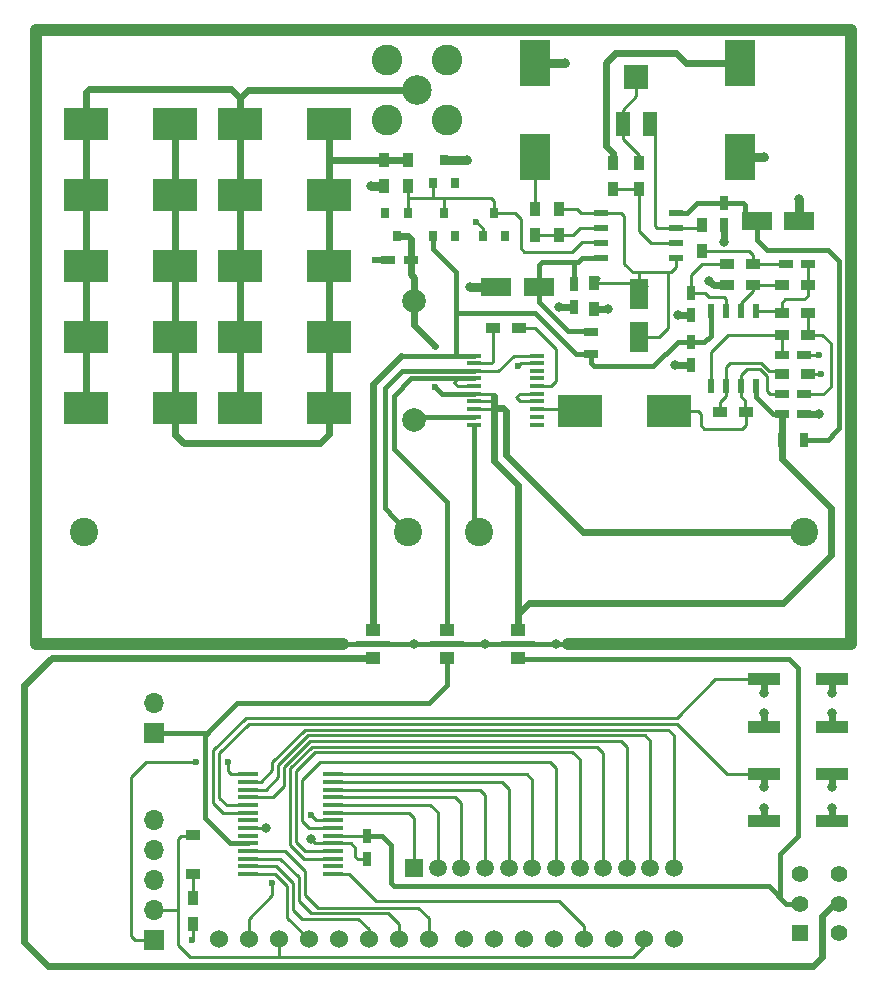
<source format=gbr>
G04 #@! TF.FileFunction,Copper,L1,Top,Signal*
%FSLAX46Y46*%
G04 Gerber Fmt 4.6, Leading zero omitted, Abs format (unit mm)*
G04 Created by KiCad (PCBNEW 4.0.7) date 01/28/18 01:48:11*
%MOMM*%
%LPD*%
G01*
G04 APERTURE LIST*
%ADD10C,0.100000*%
%ADD11C,0.800000*%
%ADD12R,1.500000X1.500000*%
%ADD13C,1.500000*%
%ADD14C,2.000000*%
%ADD15C,2.400000*%
%ADD16R,1.270000X0.406400*%
%ADD17R,3.750000X2.700000*%
%ADD18R,2.600000X1.600000*%
%ADD19R,1.200000X0.900000*%
%ADD20R,0.750000X1.200000*%
%ADD21R,1.200000X0.750000*%
%ADD22R,2.500000X4.000000*%
%ADD23R,0.800000X0.900000*%
%ADD24R,0.900000X1.200000*%
%ADD25R,1.750000X0.450000*%
%ADD26R,1.700000X1.700000*%
%ADD27O,1.700000X1.700000*%
%ADD28R,1.300000X2.000000*%
%ADD29R,2.000000X2.000000*%
%ADD30R,1.300000X1.000000*%
%ADD31R,2.900000X0.500000*%
%ADD32R,1.600000X2.600000*%
%ADD33R,0.700000X1.300000*%
%ADD34R,1.300000X0.700000*%
%ADD35R,1.143000X0.508000*%
%ADD36R,0.508000X1.143000*%
%ADD37R,1.400000X1.400000*%
%ADD38C,1.400000*%
%ADD39R,2.750000X1.000000*%
%ADD40C,1.524000*%
%ADD41C,2.500000*%
%ADD42C,2.600000*%
%ADD43C,0.600000*%
%ADD44C,0.600000*%
%ADD45C,1.000000*%
%ADD46C,0.450000*%
%ADD47C,0.800000*%
%ADD48C,0.250000*%
%ADD49C,0.500000*%
%ADD50C,0.400000*%
%ADD51C,0.390000*%
G04 APERTURE END LIST*
D10*
D11*
X206000000Y-103000000D03*
X206000000Y-100000000D03*
X206000000Y-97000000D03*
X206000000Y-94000000D03*
X206000000Y-91000000D03*
X206000000Y-88000000D03*
X206000000Y-85000000D03*
X206000000Y-82000000D03*
X206000000Y-79000000D03*
X206000000Y-76000000D03*
X206000000Y-73000000D03*
X206000000Y-70000000D03*
X206000000Y-67000000D03*
X206000000Y-64000000D03*
X206000000Y-61000000D03*
X206000000Y-58000000D03*
X137000000Y-103000000D03*
X151000000Y-53000000D03*
X166000000Y-53000000D03*
X184000000Y-53000000D03*
X205000000Y-53000000D03*
X187000000Y-105000000D03*
X137000000Y-100000000D03*
X154000000Y-53000000D03*
X169000000Y-53000000D03*
X181000000Y-53000000D03*
X202000000Y-53000000D03*
X190000000Y-105000000D03*
X137000000Y-97000000D03*
X139000000Y-53000000D03*
X163000000Y-53000000D03*
X178000000Y-53000000D03*
X199000000Y-53000000D03*
X193000000Y-105000000D03*
X137000000Y-94000000D03*
X137000000Y-61000000D03*
X157000000Y-53000000D03*
X175000000Y-53000000D03*
X196000000Y-53000000D03*
X196000000Y-105000000D03*
X137000000Y-91000000D03*
X137000000Y-70000000D03*
X142000000Y-53000000D03*
X172000000Y-53000000D03*
X193000000Y-53000000D03*
X199000000Y-105000000D03*
X181000000Y-105000000D03*
X137000000Y-88000000D03*
X137000000Y-73000000D03*
X137000000Y-55000000D03*
X160000000Y-53000000D03*
X190000000Y-53000000D03*
X202000000Y-105000000D03*
X175000000Y-105000000D03*
X137000000Y-85000000D03*
X137000000Y-76000000D03*
X137000000Y-64000000D03*
X145000000Y-53000000D03*
X187000000Y-53000000D03*
X205000000Y-105000000D03*
X169000000Y-105000000D03*
X137000000Y-82000000D03*
X137000000Y-79000000D03*
X137000000Y-67000000D03*
X137000000Y-58000000D03*
X148000000Y-53000000D03*
X206000000Y-55000000D03*
X184000000Y-105000000D03*
X138000000Y-105000000D03*
X141000000Y-105000000D03*
X144000000Y-105000000D03*
X150000000Y-105000000D03*
X162000000Y-105000000D03*
X159000000Y-105000000D03*
X156000000Y-105000000D03*
X147000000Y-105000000D03*
D12*
X169000000Y-124000000D03*
D13*
X171000000Y-124000000D03*
X173000000Y-124000000D03*
X175000000Y-124000000D03*
X177000000Y-124000000D03*
X179000000Y-124000000D03*
X181000000Y-124000000D03*
X183000000Y-124000000D03*
X185000000Y-124000000D03*
X187000000Y-124000000D03*
X189000000Y-124000000D03*
X191000000Y-124000000D03*
D14*
X169000000Y-76000000D03*
X169000000Y-86000000D03*
D15*
X202000000Y-95500000D03*
X174500000Y-95500000D03*
D16*
X179417000Y-86421000D03*
X179417000Y-85786000D03*
X179417000Y-85125600D03*
X179417000Y-84465200D03*
X179417000Y-83830200D03*
X179417000Y-83169800D03*
X179417000Y-82509400D03*
X179417000Y-81874400D03*
X179417000Y-81214000D03*
X179417000Y-80579000D03*
X174083000Y-80579000D03*
X174083000Y-81214000D03*
X174083000Y-81874400D03*
X174083000Y-82509400D03*
X174083000Y-83169800D03*
X174083000Y-83830200D03*
X174083000Y-84465200D03*
X174083000Y-85125600D03*
X174083000Y-85786000D03*
X174083000Y-86421000D03*
D17*
X154225000Y-61000000D03*
X161775000Y-61000000D03*
D18*
X198000000Y-69200000D03*
X201600000Y-69200000D03*
D19*
X200100000Y-78800000D03*
X202300000Y-78800000D03*
D20*
X195200000Y-67650000D03*
X195200000Y-69550000D03*
X182500000Y-76450000D03*
X182500000Y-74550000D03*
D21*
X200100000Y-85500000D03*
X202000000Y-85500000D03*
D20*
X192400000Y-81350000D03*
X192400000Y-79450000D03*
D22*
X179200000Y-63800000D03*
X179200000Y-55800000D03*
D20*
X192400000Y-75250000D03*
X192400000Y-77150000D03*
D21*
X202350000Y-72800000D03*
X200450000Y-72800000D03*
X200100000Y-80500000D03*
X202000000Y-80500000D03*
X200100000Y-83850000D03*
X202000000Y-83850000D03*
D20*
X165000000Y-121300000D03*
X165000000Y-123200000D03*
D23*
X168450000Y-68500000D03*
X166550000Y-68500000D03*
X167500000Y-70500000D03*
X170550000Y-70500000D03*
X172450000Y-70500000D03*
X171500000Y-68500000D03*
X170550000Y-66000000D03*
X172450000Y-66000000D03*
X171500000Y-64000000D03*
X174800000Y-70500000D03*
X176700000Y-70500000D03*
X175750000Y-68500000D03*
D24*
X166400000Y-64000000D03*
X166400000Y-66200000D03*
X179250000Y-68150000D03*
X179250000Y-70350000D03*
X181250000Y-68150000D03*
X181250000Y-70350000D03*
X185800000Y-64300000D03*
X185800000Y-66500000D03*
X188000000Y-64300000D03*
X188000000Y-66500000D03*
X193400000Y-71700000D03*
X193400000Y-69500000D03*
D19*
X195500000Y-72800000D03*
X197700000Y-72800000D03*
X197700000Y-74600000D03*
X195500000Y-74600000D03*
X202300000Y-74600000D03*
X200100000Y-74600000D03*
X202300000Y-77000000D03*
X200100000Y-77000000D03*
X200100000Y-82150000D03*
X202300000Y-82150000D03*
X197100000Y-85400000D03*
X194900000Y-85400000D03*
X177850000Y-78250000D03*
X175650000Y-78250000D03*
D25*
X154900000Y-116025000D03*
X154900000Y-116675000D03*
X154900000Y-117325000D03*
X154900000Y-117975000D03*
X154900000Y-118625000D03*
X154900000Y-119275000D03*
X154900000Y-119925000D03*
X154900000Y-120575000D03*
X154900000Y-121225000D03*
X154900000Y-121875000D03*
X154900000Y-122525000D03*
X154900000Y-123175000D03*
X154900000Y-123825000D03*
X154900000Y-124475000D03*
X162100000Y-124475000D03*
X162100000Y-123825000D03*
X162100000Y-123175000D03*
X162100000Y-122525000D03*
X162100000Y-121875000D03*
X162100000Y-121225000D03*
X162100000Y-120575000D03*
X162100000Y-119925000D03*
X162100000Y-119275000D03*
X162100000Y-118625000D03*
X162100000Y-117975000D03*
X162100000Y-117325000D03*
X162100000Y-116675000D03*
X162100000Y-116025000D03*
D19*
X150250000Y-124500000D03*
X150250000Y-121200000D03*
D26*
X147000000Y-130080000D03*
D27*
X147000000Y-127540000D03*
X147000000Y-125000000D03*
X147000000Y-122460000D03*
X147000000Y-119920000D03*
D24*
X150250000Y-126550000D03*
X150250000Y-128750000D03*
D22*
X196600000Y-55800000D03*
X196600000Y-63800000D03*
D18*
X175950000Y-74750000D03*
X179550000Y-74750000D03*
D28*
X188950000Y-61000000D03*
D29*
X187800000Y-57000000D03*
D28*
X186650000Y-61000000D03*
D30*
X177750000Y-103800000D03*
X177750000Y-106200000D03*
D31*
X177750000Y-105000000D03*
D30*
X165500000Y-103800000D03*
X165500000Y-106200000D03*
D31*
X165500000Y-105000000D03*
D30*
X171750000Y-106200000D03*
X171750000Y-103800000D03*
D31*
X171750000Y-105000000D03*
D17*
X141225000Y-61000000D03*
X148775000Y-61000000D03*
X141225000Y-67000000D03*
X148775000Y-67000000D03*
X141225000Y-73000000D03*
X148775000Y-73000000D03*
X141225000Y-79000000D03*
X148775000Y-79000000D03*
X141225000Y-85000000D03*
X148775000Y-85000000D03*
X154225000Y-67000000D03*
X161775000Y-67000000D03*
X154225000Y-73000000D03*
X161775000Y-73000000D03*
X154225000Y-79000000D03*
X161775000Y-79000000D03*
X154225000Y-85000000D03*
X161775000Y-85000000D03*
X190575000Y-85250000D03*
X183025000Y-85250000D03*
D24*
X168450000Y-66200000D03*
X168450000Y-64000000D03*
D32*
X188000000Y-79000000D03*
X188000000Y-75400000D03*
D15*
X168500000Y-95500000D03*
X141000000Y-95500000D03*
D24*
X184250000Y-76600000D03*
X184250000Y-74400000D03*
D33*
X202000000Y-87700000D03*
X200100000Y-87700000D03*
D34*
X184000000Y-78550000D03*
X184000000Y-80450000D03*
D35*
X191175000Y-68495000D03*
X191175000Y-69765000D03*
X191175000Y-71035000D03*
X191175000Y-72305000D03*
X184825000Y-72305000D03*
X184825000Y-71035000D03*
X184825000Y-69765000D03*
X184825000Y-68495000D03*
D36*
X197905000Y-83175000D03*
X196635000Y-83175000D03*
X195365000Y-83175000D03*
X194095000Y-83175000D03*
X194095000Y-76825000D03*
X195365000Y-76825000D03*
X196635000Y-76825000D03*
X197905000Y-76825000D03*
D37*
X201700000Y-129500000D03*
D38*
X201700000Y-127000000D03*
X201700000Y-124500000D03*
X205000000Y-129500000D03*
X205000000Y-127000000D03*
X205000000Y-124500000D03*
D21*
X168700000Y-72500000D03*
X166800000Y-72500000D03*
D39*
X204375000Y-112000000D03*
X198625000Y-112000000D03*
X198625000Y-108000000D03*
X204375000Y-108000000D03*
X204375000Y-120000000D03*
X198625000Y-120000000D03*
X198625000Y-116000000D03*
X204375000Y-116000000D03*
D11*
X153000000Y-105000000D03*
D40*
X190990000Y-130000000D03*
X188450000Y-130000000D03*
X185910000Y-130000000D03*
X183370000Y-130000000D03*
X180830000Y-130000000D03*
X178290000Y-130000000D03*
X175750000Y-130000000D03*
X173210000Y-130000000D03*
X170240000Y-130000000D03*
X167700000Y-130000000D03*
X165160000Y-130000000D03*
X162620000Y-130000000D03*
X160080000Y-130000000D03*
X157540000Y-130000000D03*
X155000000Y-130000000D03*
X152460000Y-130000000D03*
D26*
X147000000Y-112540000D03*
D27*
X147000000Y-110000000D03*
D41*
X169250000Y-58110000D03*
D42*
X171790000Y-55570000D03*
X166710000Y-55570000D03*
X166710000Y-60650000D03*
X171790000Y-60650000D03*
D11*
X204375000Y-118875000D03*
X198625000Y-118875000D03*
X204375000Y-110875000D03*
X173750000Y-74750000D03*
D43*
X174250000Y-69250000D03*
D11*
X198625000Y-110875000D03*
X156425000Y-120575000D03*
X160250000Y-121500000D03*
X198650000Y-63800000D03*
D43*
X165651699Y-72500982D03*
X203400000Y-82150000D03*
X203250000Y-80500000D03*
X177750000Y-81500000D03*
D11*
X181300000Y-76450000D03*
X185400000Y-76600000D03*
X191100000Y-81350000D03*
X191350000Y-77150000D03*
X203250000Y-85500000D03*
X194000000Y-74250000D03*
X195200000Y-70950000D03*
X201600000Y-67350000D03*
X165300000Y-66200000D03*
X173500000Y-64000000D03*
X181800000Y-55800000D03*
D43*
X170750000Y-79750000D03*
X170750000Y-83250000D03*
X150500000Y-115000000D03*
X153250000Y-115000000D03*
X150170000Y-130080000D03*
X157000000Y-125250000D03*
X160250000Y-119500000D03*
D11*
X204375000Y-109125000D03*
X198625000Y-109125000D03*
X204375000Y-117125000D03*
X198625000Y-117125000D03*
D44*
X204375000Y-120000000D02*
X204375000Y-118875000D01*
X198625000Y-120000000D02*
X198625000Y-118875000D01*
X204375000Y-110875000D02*
X204375000Y-112000000D01*
D45*
X162000000Y-105000000D02*
X137000000Y-105000000D01*
D46*
X165500000Y-105000000D02*
X163000000Y-105000000D01*
D45*
X163000000Y-105000000D02*
X162000000Y-105000000D01*
X137000000Y-105000000D02*
X137000000Y-53000000D01*
X137000000Y-53000000D02*
X206000000Y-53000000D01*
X206000000Y-53000000D02*
X206000000Y-105000000D01*
X206000000Y-105000000D02*
X182000000Y-105000000D01*
D46*
X182000000Y-105000000D02*
X177750000Y-105000000D01*
X171750000Y-105000000D02*
X165500000Y-105000000D01*
X177750000Y-105000000D02*
X171750000Y-105000000D01*
D47*
X175950000Y-74750000D02*
X173750000Y-74750000D01*
D48*
X174800000Y-70500000D02*
X174800000Y-69800000D01*
X174800000Y-69800000D02*
X174250000Y-69250000D01*
D44*
X198625000Y-112000000D02*
X198625000Y-110875000D01*
D48*
X154900000Y-120575000D02*
X156425000Y-120575000D01*
X160625000Y-121875000D02*
X160250000Y-121500000D01*
X162100000Y-121875000D02*
X160625000Y-121875000D01*
X164000000Y-123000000D02*
X164200000Y-123200000D01*
X164200000Y-123200000D02*
X165000000Y-123200000D01*
X164000000Y-122250000D02*
X164000000Y-123000000D01*
X163625000Y-121875000D02*
X164000000Y-122250000D01*
X162100000Y-121875000D02*
X163625000Y-121875000D01*
D47*
X196600000Y-63800000D02*
X198650000Y-63800000D01*
D49*
X166500000Y-72500000D02*
X165652681Y-72500000D01*
X165652681Y-72500000D02*
X165651699Y-72500982D01*
D48*
X202300000Y-82150000D02*
X203400000Y-82150000D01*
X202000000Y-80500000D02*
X203250000Y-80500000D01*
X178036000Y-81214000D02*
X177750000Y-81500000D01*
X179417000Y-81214000D02*
X178036000Y-81214000D01*
D44*
X182500000Y-76450000D02*
X181300000Y-76450000D01*
X184250000Y-76600000D02*
X185400000Y-76600000D01*
X192400000Y-81350000D02*
X191100000Y-81350000D01*
X192400000Y-77150000D02*
X191350000Y-77150000D01*
X202000000Y-85500000D02*
X203250000Y-85500000D01*
X194350000Y-74600000D02*
X194000000Y-74250000D01*
X195500000Y-74600000D02*
X194350000Y-74600000D01*
X195200000Y-69550000D02*
X195200000Y-70950000D01*
D47*
X201600000Y-69200000D02*
X201600000Y-67350000D01*
X166400000Y-66200000D02*
X165300000Y-66200000D01*
X171500000Y-64000000D02*
X173500000Y-64000000D01*
X179200000Y-55800000D02*
X181800000Y-55800000D01*
D44*
X169000000Y-75500000D02*
X169000000Y-74000000D01*
X169000000Y-74000000D02*
X168700000Y-73700000D01*
X168700000Y-73700000D02*
X168700000Y-72500000D01*
X176750000Y-85250000D02*
X176500000Y-85000000D01*
X176500000Y-85000000D02*
X175750000Y-85000000D01*
X176750000Y-89000000D02*
X176750000Y-85250000D01*
X183250000Y-95500000D02*
X176750000Y-89000000D01*
X202000000Y-95500000D02*
X183250000Y-95500000D01*
X200100000Y-87700000D02*
X200100000Y-89350000D01*
X177750000Y-102500000D02*
X177750000Y-103800000D01*
X178750000Y-101500000D02*
X177750000Y-102500000D01*
X200250000Y-101500000D02*
X178750000Y-101500000D01*
X204250000Y-93500000D02*
X204250000Y-97500000D01*
X204250000Y-97500000D02*
X200250000Y-101500000D01*
X200100000Y-89350000D02*
X204250000Y-93500000D01*
X168500000Y-70500000D02*
X168700000Y-70700000D01*
X168700000Y-70700000D02*
X168700000Y-72500000D01*
X167500000Y-70500000D02*
X168500000Y-70500000D01*
D48*
X169000000Y-74750000D02*
X169000000Y-75500000D01*
D44*
X177750000Y-91500000D02*
X177750000Y-93500000D01*
X177750000Y-103800000D02*
X177750000Y-93500000D01*
X177750000Y-91500000D02*
X175750000Y-89500000D01*
X175750000Y-89500000D02*
X175750000Y-85000000D01*
X169000000Y-75500000D02*
X169000000Y-78000000D01*
X169000000Y-78000000D02*
X170750000Y-79750000D01*
D50*
X171330200Y-83830200D02*
X170750000Y-83250000D01*
X174083000Y-83830200D02*
X171330200Y-83830200D01*
D48*
X167500000Y-70500000D02*
X167500000Y-70550000D01*
D44*
X175750000Y-84000000D02*
X175750000Y-84500000D01*
X175750000Y-84500000D02*
X175750000Y-85000000D01*
D48*
X175715200Y-84465200D02*
X175750000Y-84500000D01*
X174083000Y-84465200D02*
X175715200Y-84465200D01*
X174083000Y-83830200D02*
X175580200Y-83830200D01*
X175580200Y-83830200D02*
X175750000Y-84000000D01*
X175750000Y-85000000D02*
X175624400Y-85125600D01*
X175624400Y-85125600D02*
X174083000Y-85125600D01*
D44*
X200100000Y-85500000D02*
X200100000Y-87700000D01*
D46*
X197905000Y-84055000D02*
X199350000Y-85500000D01*
X199350000Y-85500000D02*
X200100000Y-85500000D01*
X197905000Y-83175000D02*
X197905000Y-84055000D01*
X170550000Y-70500000D02*
X170550000Y-71550000D01*
X170550000Y-71550000D02*
X172500000Y-73500000D01*
X172500000Y-73500000D02*
X172500000Y-80500000D01*
D48*
X173000000Y-77000000D02*
X172500000Y-77000000D01*
X172500000Y-77000000D02*
X172500000Y-80500000D01*
D46*
X184000000Y-80450000D02*
X182700000Y-80450000D01*
X182700000Y-80450000D02*
X179250000Y-77000000D01*
X179250000Y-77000000D02*
X172500000Y-77000000D01*
D51*
X172500000Y-80500000D02*
X172579000Y-80579000D01*
X172579000Y-80579000D02*
X174083000Y-80579000D01*
D48*
X172500000Y-80500000D02*
X173000000Y-80500000D01*
D44*
X165500000Y-83000000D02*
X167921000Y-80579000D01*
X165500000Y-103800000D02*
X165500000Y-83000000D01*
D50*
X167921000Y-80579000D02*
X174083000Y-80579000D01*
D46*
X184000000Y-80500000D02*
X184000000Y-81250000D01*
X184000000Y-81250000D02*
X184250000Y-81500000D01*
X184250000Y-81500000D02*
X189250000Y-81500000D01*
X189250000Y-81500000D02*
X191300000Y-79450000D01*
X191300000Y-79450000D02*
X192400000Y-79450000D01*
X194095000Y-78905000D02*
X193550000Y-79450000D01*
X193550000Y-79450000D02*
X192400000Y-79450000D01*
X194095000Y-76825000D02*
X194095000Y-78905000D01*
D48*
X202000000Y-75800000D02*
X202300000Y-75500000D01*
X202300000Y-75500000D02*
X202300000Y-74600000D01*
X200400000Y-75800000D02*
X202000000Y-75800000D01*
X200100000Y-76100000D02*
X200400000Y-75800000D01*
X200100000Y-77000000D02*
X200100000Y-76100000D01*
X202350000Y-72800000D02*
X202350000Y-74550000D01*
X202350000Y-74550000D02*
X202300000Y-74600000D01*
X197905000Y-76825000D02*
X197930000Y-76800000D01*
X197930000Y-76800000D02*
X199700000Y-76800000D01*
X199700000Y-76800000D02*
X200100000Y-77200000D01*
X193400000Y-71700000D02*
X193400000Y-71750000D01*
X193400000Y-71750000D02*
X197350000Y-71750000D01*
X197350000Y-71750000D02*
X197700000Y-72100000D01*
X197700000Y-72100000D02*
X197700000Y-72800000D01*
X197700000Y-72800000D02*
X200450000Y-72800000D01*
X200100000Y-83850000D02*
X199150000Y-83850000D01*
X199150000Y-83850000D02*
X198850000Y-83550000D01*
X198850000Y-83550000D02*
X198850000Y-82350000D01*
X196635000Y-82265000D02*
X196635000Y-83175000D01*
X198850000Y-82350000D02*
X198250000Y-81750000D01*
X198250000Y-81750000D02*
X197150000Y-81750000D01*
X197150000Y-81750000D02*
X196635000Y-82265000D01*
X197100000Y-85400000D02*
X197100000Y-86450000D01*
X193250000Y-85500000D02*
X193000000Y-85250000D01*
X197100000Y-86450000D02*
X196750000Y-86800000D01*
X196750000Y-86800000D02*
X193550000Y-86800000D01*
X193550000Y-86800000D02*
X193250000Y-86500000D01*
X193250000Y-86500000D02*
X193250000Y-85500000D01*
X193000000Y-85250000D02*
X190575000Y-85250000D01*
X196635000Y-83175000D02*
X196635000Y-84035000D01*
X196635000Y-84035000D02*
X197000000Y-84400000D01*
X197000000Y-84400000D02*
X197000000Y-85300000D01*
X197000000Y-85300000D02*
X197100000Y-85400000D01*
X196635000Y-83175000D02*
X196750000Y-83290000D01*
X191175000Y-71035000D02*
X189035000Y-71035000D01*
X189035000Y-71035000D02*
X188000000Y-70000000D01*
X188000000Y-70000000D02*
X188000000Y-66500000D01*
X185800000Y-66500000D02*
X188000000Y-66500000D01*
X150250000Y-126500000D02*
X150250000Y-124500000D01*
X150500000Y-115000000D02*
X146250000Y-115000000D01*
X146250000Y-115000000D02*
X145000000Y-116250000D01*
X145000000Y-116250000D02*
X145000000Y-129750000D01*
X145000000Y-129750000D02*
X145330000Y-130080000D01*
X145330000Y-130080000D02*
X147000000Y-130080000D01*
X150250000Y-128750000D02*
X150250000Y-130000000D01*
X150250000Y-130000000D02*
X150170000Y-130080000D01*
X153250000Y-115750000D02*
X153525000Y-116025000D01*
X153525000Y-116025000D02*
X154900000Y-116025000D01*
X153250000Y-115000000D02*
X153250000Y-115750000D01*
X150250000Y-121250000D02*
X149250000Y-121250000D01*
X149250000Y-121250000D02*
X149000000Y-121500000D01*
X149000000Y-121500000D02*
X149000000Y-127500000D01*
X156750000Y-131500000D02*
X150000000Y-131500000D01*
X150000000Y-131500000D02*
X149000000Y-130500000D01*
X149000000Y-130500000D02*
X149000000Y-127500000D01*
X149000000Y-127500000D02*
X148960000Y-127540000D01*
X148960000Y-127540000D02*
X147000000Y-127540000D01*
X157540000Y-130000000D02*
X157540000Y-131460000D01*
X157540000Y-131460000D02*
X157500000Y-131500000D01*
X157500000Y-131500000D02*
X156750000Y-131500000D01*
X188450000Y-130550000D02*
X187500000Y-131500000D01*
X187500000Y-131500000D02*
X156750000Y-131500000D01*
X188450000Y-130000000D02*
X188450000Y-130550000D01*
D46*
X165000000Y-121300000D02*
X166300000Y-121300000D01*
X166300000Y-121300000D02*
X167000000Y-122000000D01*
X167000000Y-122000000D02*
X167000000Y-125250000D01*
X167000000Y-125250000D02*
X167250000Y-125500000D01*
X167250000Y-125500000D02*
X199000000Y-125500000D01*
X199000000Y-125500000D02*
X200500000Y-127000000D01*
X177750000Y-106200000D02*
X177800000Y-106250000D01*
X177800000Y-106250000D02*
X200750000Y-106250000D01*
X200750000Y-106250000D02*
X201500000Y-107000000D01*
X200500000Y-127000000D02*
X201700000Y-127000000D01*
X201500000Y-107000000D02*
X201500000Y-121250000D01*
X201500000Y-121250000D02*
X200000000Y-122750000D01*
X200000000Y-122750000D02*
X200000000Y-126500000D01*
X200000000Y-126500000D02*
X200500000Y-127000000D01*
D48*
X162100000Y-121225000D02*
X164925000Y-121225000D01*
X164925000Y-121225000D02*
X165000000Y-121300000D01*
D44*
X136000000Y-108500000D02*
X138300000Y-106200000D01*
X138300000Y-106200000D02*
X165500000Y-106200000D01*
X136000000Y-130250000D02*
X136000000Y-108500000D01*
X138000000Y-132250000D02*
X136000000Y-130250000D01*
X202750000Y-132250000D02*
X138000000Y-132250000D01*
X203500000Y-131500000D02*
X202750000Y-132250000D01*
X203500000Y-128000000D02*
X203500000Y-131500000D01*
X204500000Y-127000000D02*
X203500000Y-128000000D01*
X205000000Y-127000000D02*
X204500000Y-127000000D01*
D47*
X205000000Y-127000000D02*
X204750000Y-127000000D01*
D44*
X154890000Y-58110000D02*
X154225000Y-58775000D01*
X169260000Y-58110000D02*
X154890000Y-58110000D01*
X154225000Y-79000000D02*
X154225000Y-85000000D01*
X154225000Y-73000000D02*
X154225000Y-79000000D01*
X154225000Y-67000000D02*
X154225000Y-73000000D01*
X154225000Y-61000000D02*
X154225000Y-67000000D01*
X141225000Y-79000000D02*
X141225000Y-85000000D01*
X141225000Y-73000000D02*
X141225000Y-79000000D01*
X141225000Y-67000000D02*
X141225000Y-73000000D01*
X141225000Y-61000000D02*
X141225000Y-67000000D01*
X141500000Y-58000000D02*
X153450000Y-58000000D01*
X141225000Y-61000000D02*
X141225000Y-58275000D01*
X141225000Y-58275000D02*
X141500000Y-58000000D01*
X153450000Y-58000000D02*
X154225000Y-58775000D01*
X154225000Y-58775000D02*
X154225000Y-61000000D01*
X161000000Y-88000000D02*
X161775000Y-87225000D01*
X161775000Y-87225000D02*
X161775000Y-85000000D01*
X149500000Y-88000000D02*
X161000000Y-88000000D01*
X148775000Y-87275000D02*
X149500000Y-88000000D01*
X148775000Y-85000000D02*
X148775000Y-87275000D01*
X161775000Y-79000000D02*
X161775000Y-85000000D01*
X161775000Y-73000000D02*
X161775000Y-79000000D01*
X161775000Y-67000000D02*
X161775000Y-73000000D01*
X148775000Y-79000000D02*
X148775000Y-85000000D01*
X148775000Y-73000000D02*
X148775000Y-79000000D01*
X148775000Y-67000000D02*
X148775000Y-73000000D01*
X148775000Y-61000000D02*
X148775000Y-67000000D01*
X161775000Y-61000000D02*
X161775000Y-64000000D01*
X161775000Y-64000000D02*
X161775000Y-67000000D01*
X166400000Y-64000000D02*
X161775000Y-64000000D01*
D48*
X166300000Y-63900000D02*
X166400000Y-64000000D01*
D44*
X166400000Y-64000000D02*
X168450000Y-64000000D01*
D48*
X202300000Y-78800000D02*
X203550000Y-78800000D01*
X203550000Y-78800000D02*
X204250000Y-79500000D01*
X204250000Y-79500000D02*
X204250000Y-83250000D01*
X204250000Y-83250000D02*
X203650000Y-83850000D01*
X203650000Y-83850000D02*
X202000000Y-83850000D01*
X202300000Y-77000000D02*
X202300000Y-78800000D01*
X190500000Y-73500000D02*
X190750000Y-73500000D01*
X188000000Y-73500000D02*
X190750000Y-73500000D01*
X190750000Y-73500000D02*
X191175000Y-73075000D01*
X191175000Y-73075000D02*
X191175000Y-72305000D01*
X188000000Y-79000000D02*
X189750000Y-79000000D01*
X189750000Y-79000000D02*
X190500000Y-78250000D01*
X190500000Y-78250000D02*
X190500000Y-73500000D01*
X188000000Y-73500000D02*
X187500000Y-73500000D01*
X186800000Y-68800000D02*
X186495000Y-68495000D01*
X187500000Y-73500000D02*
X186800000Y-72800000D01*
X186800000Y-72800000D02*
X186800000Y-68800000D01*
X186495000Y-68495000D02*
X184825000Y-68495000D01*
X188000000Y-75400000D02*
X188000000Y-73500000D01*
X188700000Y-74700000D02*
X188000000Y-75400000D01*
X184250000Y-74400000D02*
X188000000Y-74400000D01*
X188000000Y-74400000D02*
X188000000Y-75400000D01*
X184650000Y-74000000D02*
X184250000Y-74400000D01*
X184750000Y-68500000D02*
X183100000Y-68500000D01*
X183100000Y-68500000D02*
X182750000Y-68150000D01*
X182750000Y-68150000D02*
X181250000Y-68150000D01*
X191175000Y-72225000D02*
X191250000Y-72150000D01*
X194000000Y-75600000D02*
X193650000Y-75250000D01*
X193650000Y-75250000D02*
X192400000Y-75250000D01*
X195200000Y-75600000D02*
X194000000Y-75600000D01*
X195365000Y-75765000D02*
X195200000Y-75600000D01*
X195365000Y-76825000D02*
X195365000Y-75765000D01*
X193400000Y-72800000D02*
X192400000Y-73800000D01*
X192400000Y-73800000D02*
X192400000Y-75250000D01*
X195500000Y-72800000D02*
X193400000Y-72800000D01*
X179250000Y-68150000D02*
X179250000Y-63850000D01*
X179250000Y-63850000D02*
X179200000Y-63800000D01*
D50*
X174083000Y-86421000D02*
X174083000Y-95083000D01*
D48*
X174083000Y-95083000D02*
X174500000Y-95500000D01*
D50*
X174083000Y-85786000D02*
X169214000Y-85786000D01*
X169214000Y-85786000D02*
X169000000Y-86000000D01*
D48*
X179417000Y-85125600D02*
X182624400Y-85125600D01*
X182624400Y-85125600D02*
X182750000Y-85000000D01*
X182750000Y-85000000D02*
X183000000Y-85250000D01*
X183000000Y-85250000D02*
X183025000Y-85250000D01*
X182950600Y-85175600D02*
X183025000Y-85250000D01*
X175750000Y-68500000D02*
X177500000Y-68500000D01*
X177500000Y-68500000D02*
X178000000Y-69000000D01*
X178000000Y-69000000D02*
X178000000Y-71500000D01*
X184600000Y-71000000D02*
X184750000Y-71150000D01*
X178000000Y-71500000D02*
X178300000Y-71800000D01*
X178300000Y-71800000D02*
X182400000Y-71800000D01*
X182400000Y-71800000D02*
X183200000Y-71000000D01*
X183200000Y-71000000D02*
X184600000Y-71000000D01*
X175500000Y-67250000D02*
X171500000Y-67250000D01*
X171500000Y-67250000D02*
X170500000Y-67250000D01*
X171500000Y-68500000D02*
X171500000Y-67250000D01*
X170500000Y-67250000D02*
X168450000Y-67250000D01*
X170550000Y-66000000D02*
X170550000Y-67200000D01*
X170550000Y-67200000D02*
X170500000Y-67250000D01*
X175750000Y-67500000D02*
X175500000Y-67250000D01*
X175750000Y-68500000D02*
X175750000Y-67500000D01*
X168450000Y-68500000D02*
X168450000Y-67250000D01*
X168450000Y-67250000D02*
X168450000Y-66200000D01*
X200100000Y-82150000D02*
X199800000Y-81850000D01*
X199800000Y-81850000D02*
X199050000Y-81850000D01*
X199050000Y-81850000D02*
X198400000Y-81200000D01*
X195365000Y-81585000D02*
X195365000Y-83175000D01*
X198400000Y-81200000D02*
X195750000Y-81200000D01*
X195750000Y-81200000D02*
X195365000Y-81585000D01*
X195365000Y-83175000D02*
X195365000Y-84035000D01*
X194900000Y-84500000D02*
X194900000Y-85400000D01*
X195365000Y-84035000D02*
X194900000Y-84500000D01*
X184750000Y-69900000D02*
X184600000Y-69750000D01*
X184600000Y-69750000D02*
X183050000Y-69750000D01*
X183050000Y-69750000D02*
X182450000Y-70350000D01*
X182450000Y-70350000D02*
X181250000Y-70350000D01*
X181250000Y-70350000D02*
X179250000Y-70350000D01*
X196635000Y-76825000D02*
X196635000Y-76165000D01*
X196635000Y-76165000D02*
X197700000Y-75100000D01*
X197700000Y-75100000D02*
X197700000Y-74600000D01*
X200100000Y-74600000D02*
X197700000Y-74600000D01*
X179417000Y-83830200D02*
X177919800Y-83830200D01*
X177919800Y-83830200D02*
X177625000Y-84125000D01*
X177625000Y-84125000D02*
X177965200Y-84465200D01*
X177965200Y-84465200D02*
X179417000Y-84465200D01*
X200100000Y-78800000D02*
X200100000Y-80500000D01*
X194095000Y-83175000D02*
X194095000Y-80305000D01*
X194095000Y-80305000D02*
X195600000Y-78800000D01*
X195600000Y-78800000D02*
X200100000Y-78800000D01*
D44*
X185800000Y-64300000D02*
X185800000Y-63400000D01*
X185200000Y-62800000D02*
X185200000Y-55800000D01*
X185800000Y-63400000D02*
X185200000Y-62800000D01*
X186000000Y-55000000D02*
X191200000Y-55000000D01*
X191200000Y-55000000D02*
X192000000Y-55800000D01*
X192000000Y-55800000D02*
X196600000Y-55800000D01*
X185200000Y-55800000D02*
X186000000Y-55000000D01*
D50*
X171750000Y-103800000D02*
X171750000Y-93000000D01*
X171750000Y-93000000D02*
X167250000Y-88500000D01*
X167250000Y-88500000D02*
X167250000Y-84000000D01*
X167250000Y-84000000D02*
X168750000Y-82500000D01*
X168750000Y-82500000D02*
X174073600Y-82500000D01*
D48*
X174073600Y-82500000D02*
X174083000Y-82509400D01*
X174083000Y-83169800D02*
X172669800Y-83169800D01*
X172669800Y-83169800D02*
X172375000Y-82875000D01*
X172375000Y-82875000D02*
X172740600Y-82509400D01*
X172740600Y-82509400D02*
X174083000Y-82509400D01*
D50*
X174083000Y-81874400D02*
X167989190Y-81874400D01*
X167989190Y-81874400D02*
X166500000Y-83363590D01*
X166500000Y-83363590D02*
X166500000Y-93500000D01*
X166500000Y-93500000D02*
X167300001Y-94300001D01*
X167300001Y-94300001D02*
X168500000Y-95500000D01*
D48*
X179417000Y-80579000D02*
X177421000Y-80579000D01*
X177421000Y-80579000D02*
X176125600Y-81874400D01*
X176125600Y-81874400D02*
X174083000Y-81874400D01*
X191175000Y-69765000D02*
X191210000Y-69800000D01*
X191210000Y-69800000D02*
X193100000Y-69800000D01*
X193100000Y-69800000D02*
X193400000Y-69500000D01*
X188950000Y-61800000D02*
X189400000Y-61800000D01*
X189400000Y-61800000D02*
X189400000Y-69600000D01*
X189400000Y-69600000D02*
X189565000Y-69765000D01*
X189565000Y-69765000D02*
X191175000Y-69765000D01*
X191060000Y-69650000D02*
X191175000Y-69765000D01*
X188000000Y-64300000D02*
X188000000Y-63600000D01*
X186650000Y-62250000D02*
X186650000Y-61000000D01*
X188000000Y-63600000D02*
X186650000Y-62250000D01*
X186650000Y-59750000D02*
X187800000Y-58600000D01*
X187800000Y-58600000D02*
X187800000Y-57000000D01*
X186650000Y-61000000D02*
X186650000Y-59750000D01*
X177850000Y-78250000D02*
X179250000Y-78250000D01*
X179250000Y-78250000D02*
X181000000Y-80000000D01*
X181000000Y-80000000D02*
X181000000Y-82750000D01*
X181000000Y-82750000D02*
X180580200Y-83169800D01*
X180580200Y-83169800D02*
X179417000Y-83169800D01*
X175536000Y-81214000D02*
X175650000Y-81100000D01*
X175650000Y-81100000D02*
X175650000Y-78250000D01*
X175536000Y-81214000D02*
X174083000Y-81214000D01*
D46*
X204750000Y-86950000D02*
X205000000Y-86700000D01*
X205000000Y-86700000D02*
X205000000Y-72600000D01*
X204050000Y-71650000D02*
X198850000Y-71650000D01*
X198850000Y-71650000D02*
X198000000Y-70800000D01*
X205000000Y-72600000D02*
X204050000Y-71650000D01*
X198000000Y-70800000D02*
X198000000Y-69200000D01*
D48*
X191175000Y-68495000D02*
X191180000Y-68500000D01*
D46*
X191180000Y-68500000D02*
X192100000Y-68500000D01*
X192100000Y-68500000D02*
X192950000Y-67650000D01*
X192950000Y-67650000D02*
X195200000Y-67650000D01*
X202000000Y-87700000D02*
X204000000Y-87700000D01*
X204000000Y-87700000D02*
X204750000Y-86950000D01*
D48*
X198000000Y-69200000D02*
X197400000Y-68600000D01*
X197400000Y-68600000D02*
X197000000Y-68600000D01*
D46*
X197000000Y-68600000D02*
X197000000Y-67800000D01*
X197000000Y-67800000D02*
X196850000Y-67650000D01*
X196850000Y-67650000D02*
X195200000Y-67650000D01*
X179550000Y-74750000D02*
X179550000Y-76050000D01*
X179550000Y-76050000D02*
X182000000Y-78500000D01*
X182000000Y-78500000D02*
X184000000Y-78500000D01*
X184825000Y-72305000D02*
X183195000Y-72305000D01*
X183195000Y-72305000D02*
X182845000Y-72655000D01*
X182845000Y-72655000D02*
X182500000Y-72655000D01*
X182500000Y-72655000D02*
X179845000Y-72655000D01*
X179845000Y-72655000D02*
X179550000Y-72950000D01*
X179550000Y-72950000D02*
X179550000Y-74750000D01*
X182500000Y-74550000D02*
X182500000Y-72655000D01*
D48*
X169000000Y-124000000D02*
X169000000Y-119750000D01*
X168525000Y-119275000D02*
X162100000Y-119275000D01*
X169000000Y-119750000D02*
X168525000Y-119275000D01*
X171000000Y-124000000D02*
X171000000Y-119250000D01*
X171000000Y-119250000D02*
X170375000Y-118625000D01*
X170375000Y-118625000D02*
X162100000Y-118625000D01*
X173000000Y-124000000D02*
X173000000Y-118500000D01*
X173000000Y-118500000D02*
X172475000Y-117975000D01*
X172475000Y-117975000D02*
X162100000Y-117975000D01*
X175000000Y-124000000D02*
X175000000Y-117750000D01*
X175000000Y-117750000D02*
X174575000Y-117325000D01*
X174575000Y-117325000D02*
X162100000Y-117325000D01*
X177000000Y-124000000D02*
X177000000Y-117250000D01*
X176425000Y-116675000D02*
X162100000Y-116675000D01*
X177000000Y-117250000D02*
X176425000Y-116675000D01*
X179000000Y-124000000D02*
X179000000Y-116500000D01*
X179000000Y-116500000D02*
X178525000Y-116025000D01*
X178525000Y-116025000D02*
X177225000Y-116025000D01*
X177225000Y-116025000D02*
X162100000Y-116025000D01*
X181000000Y-124000000D02*
X181000000Y-115500000D01*
X181000000Y-115500000D02*
X180500000Y-115000000D01*
X161000000Y-115000000D02*
X159500000Y-116500000D01*
X160075000Y-120575000D02*
X162100000Y-120575000D01*
X180500000Y-115000000D02*
X161000000Y-115000000D01*
X159500000Y-116500000D02*
X159500000Y-120000000D01*
X159500000Y-120000000D02*
X160075000Y-120575000D01*
X183000000Y-124000000D02*
X183000000Y-114750000D01*
X183000000Y-114750000D02*
X182400022Y-114150022D01*
X182400022Y-114150022D02*
X160599978Y-114150022D01*
X160599978Y-114150022D02*
X159000000Y-115750000D01*
X159000000Y-115750000D02*
X159000000Y-121750000D01*
X159000000Y-121750000D02*
X159775000Y-122525000D01*
X159775000Y-122525000D02*
X162100000Y-122525000D01*
X185000000Y-124000000D02*
X185000000Y-114250000D01*
X185000000Y-114250000D02*
X184450011Y-113700011D01*
X184450011Y-113700011D02*
X160322809Y-113700011D01*
X160322809Y-113700011D02*
X158500000Y-115522820D01*
X158500000Y-115522820D02*
X158500000Y-122000000D01*
X158500000Y-122000000D02*
X159675000Y-123175000D01*
X159675000Y-123175000D02*
X162100000Y-123175000D01*
X187000000Y-124000000D02*
X187000000Y-113750000D01*
X187000000Y-113750000D02*
X186500000Y-113250000D01*
X186500000Y-113250000D02*
X160136410Y-113250000D01*
X160136410Y-113250000D02*
X158000000Y-115386410D01*
X158000000Y-115386410D02*
X158000000Y-117000000D01*
X158000000Y-117000000D02*
X157025000Y-117975000D01*
X156025000Y-117975000D02*
X154900000Y-117975000D01*
X157025000Y-117975000D02*
X156025000Y-117975000D01*
X189000000Y-124000000D02*
X189000000Y-113250000D01*
X189000000Y-113250000D02*
X188500000Y-112750000D01*
X188500000Y-112750000D02*
X160000000Y-112750000D01*
X157500000Y-115250000D02*
X157500000Y-116250000D01*
X160000000Y-112750000D02*
X157500000Y-115250000D01*
X157500000Y-116250000D02*
X156425000Y-117325000D01*
X156025000Y-117325000D02*
X154900000Y-117325000D01*
X156425000Y-117325000D02*
X156025000Y-117325000D01*
X191000000Y-124000000D02*
X191000000Y-112750000D01*
X157000000Y-115700000D02*
X156025000Y-116675000D01*
X191000000Y-112750000D02*
X190500000Y-112250000D01*
X190500000Y-112250000D02*
X159750000Y-112250000D01*
X159750000Y-112250000D02*
X157000000Y-115000000D01*
X157000000Y-115000000D02*
X157000000Y-115700000D01*
X156025000Y-116675000D02*
X154900000Y-116675000D01*
X170240000Y-130000000D02*
X170240000Y-128240000D01*
X158025000Y-122525000D02*
X154900000Y-122525000D01*
X170240000Y-128240000D02*
X169349978Y-127349978D01*
X159750000Y-126250000D02*
X159750000Y-124250000D01*
X169349978Y-127349978D02*
X160849978Y-127349978D01*
X160849978Y-127349978D02*
X159750000Y-126250000D01*
X159750000Y-124250000D02*
X158025000Y-122525000D01*
X154900000Y-123175000D02*
X157675000Y-123175000D01*
X157675000Y-123175000D02*
X159250000Y-124750000D01*
X159250000Y-124750000D02*
X159250000Y-126750000D01*
X159250000Y-126750000D02*
X160299989Y-127799989D01*
X160299989Y-127799989D02*
X166799989Y-127799989D01*
X166799989Y-127799989D02*
X167700000Y-128700000D01*
X167700000Y-128700000D02*
X167700000Y-130000000D01*
X167700000Y-130000000D02*
X167700000Y-130450000D01*
X154900000Y-123825000D02*
X157325000Y-123825000D01*
X157325000Y-123825000D02*
X158750000Y-125250000D01*
X158750000Y-125250000D02*
X158750000Y-127500000D01*
X164250000Y-128250000D02*
X165160000Y-129160000D01*
X158750000Y-127500000D02*
X159500000Y-128250000D01*
X159500000Y-128250000D02*
X164250000Y-128250000D01*
X165160000Y-129160000D02*
X165160000Y-130000000D01*
X183370000Y-130000000D02*
X183370000Y-128870000D01*
X183370000Y-128870000D02*
X181275012Y-126775012D01*
X181275012Y-126775012D02*
X165775012Y-126775012D01*
X165775012Y-126775012D02*
X163475000Y-124475000D01*
X163475000Y-124475000D02*
X162100000Y-124475000D01*
X154900000Y-124475000D02*
X157225000Y-124475000D01*
X157225000Y-124475000D02*
X158250000Y-125500000D01*
X158250000Y-125500000D02*
X158250000Y-128170000D01*
X158250000Y-128170000D02*
X160080000Y-130000000D01*
X157000000Y-125250000D02*
X157000000Y-126250000D01*
X157000000Y-126250000D02*
X155000000Y-128250000D01*
X155000000Y-128250000D02*
X155000000Y-130000000D01*
X160675000Y-119925000D02*
X160250000Y-119500000D01*
X162100000Y-119925000D02*
X160675000Y-119925000D01*
D44*
X204375000Y-109125000D02*
X204375000Y-108000000D01*
D48*
X198625000Y-108000000D02*
X194500000Y-108000000D01*
X194500000Y-108000000D02*
X191250000Y-111250000D01*
X191250000Y-111250000D02*
X154750000Y-111250000D01*
X154750000Y-111250000D02*
X152000000Y-114000000D01*
X152000000Y-114000000D02*
X152000000Y-118500000D01*
X152000000Y-118500000D02*
X152775000Y-119275000D01*
X152775000Y-119275000D02*
X154900000Y-119275000D01*
D44*
X198625000Y-108000000D02*
X198625000Y-109125000D01*
D48*
X198625000Y-116000000D02*
X195500000Y-116000000D01*
X195500000Y-116000000D02*
X191250000Y-111750000D01*
X191250000Y-111750000D02*
X155000000Y-111750000D01*
X155000000Y-111750000D02*
X152500000Y-114250000D01*
X152500000Y-114250000D02*
X152500000Y-118000000D01*
X152500000Y-118000000D02*
X153125000Y-118625000D01*
X153125000Y-118625000D02*
X154900000Y-118625000D01*
D44*
X204375000Y-117125000D02*
X204375000Y-116000000D01*
X198625000Y-116000000D02*
X198625000Y-117125000D01*
D50*
X171750000Y-106200000D02*
X171750000Y-108500000D01*
X154000000Y-110000000D02*
X151250000Y-112750000D01*
X171750000Y-108500000D02*
X170250000Y-110000000D01*
X170250000Y-110000000D02*
X154000000Y-110000000D01*
X147000000Y-112540000D02*
X151460000Y-112540000D01*
X151460000Y-112540000D02*
X151500000Y-112500000D01*
X151500000Y-112500000D02*
X151250000Y-112750000D01*
X151250000Y-112750000D02*
X151250000Y-119750000D01*
X151250000Y-119750000D02*
X153375000Y-121875000D01*
X153375000Y-121875000D02*
X154900000Y-121875000D01*
M02*

</source>
